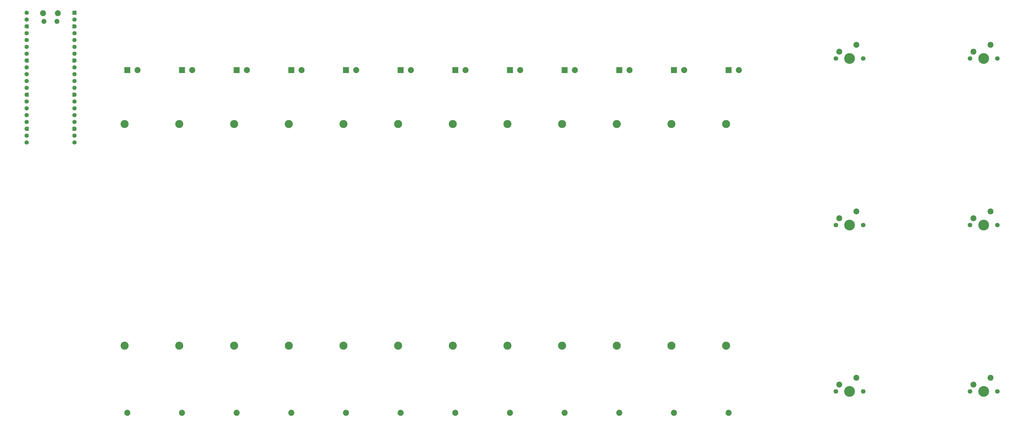
<source format=gbr>
%TF.GenerationSoftware,KiCad,Pcbnew,9.0.1*%
%TF.CreationDate,2025-07-07T17:58:15-06:00*%
%TF.ProjectId,MixDeck v1,4d697844-6563-46b2-9076-312e6b696361,rev?*%
%TF.SameCoordinates,Original*%
%TF.FileFunction,Soldermask,Top*%
%TF.FilePolarity,Negative*%
%FSLAX46Y46*%
G04 Gerber Fmt 4.6, Leading zero omitted, Abs format (unit mm)*
G04 Created by KiCad (PCBNEW 9.0.1) date 2025-07-07 17:58:15*
%MOMM*%
%LPD*%
G01*
G04 APERTURE LIST*
G04 Aperture macros list*
%AMRoundRect*
0 Rectangle with rounded corners*
0 $1 Rounding radius*
0 $2 $3 $4 $5 $6 $7 $8 $9 X,Y pos of 4 corners*
0 Add a 4 corners polygon primitive as box body*
4,1,4,$2,$3,$4,$5,$6,$7,$8,$9,$2,$3,0*
0 Add four circle primitives for the rounded corners*
1,1,$1+$1,$2,$3*
1,1,$1+$1,$4,$5*
1,1,$1+$1,$6,$7*
1,1,$1+$1,$8,$9*
0 Add four rect primitives between the rounded corners*
20,1,$1+$1,$2,$3,$4,$5,0*
20,1,$1+$1,$4,$5,$6,$7,0*
20,1,$1+$1,$6,$7,$8,$9,0*
20,1,$1+$1,$8,$9,$2,$3,0*%
%AMFreePoly0*
4,1,37,0.603843,0.796157,0.639018,0.796157,0.711114,0.766294,0.766294,0.711114,0.796157,0.639018,0.796157,0.603843,0.800000,0.600000,0.800000,-0.600000,0.796157,-0.603843,0.796157,-0.639018,0.766294,-0.711114,0.711114,-0.766294,0.639018,-0.796157,0.603843,-0.796157,0.600000,-0.800000,0.000000,-0.800000,0.000000,-0.796148,-0.078414,-0.796148,-0.232228,-0.765552,-0.377117,-0.705537,
-0.507515,-0.618408,-0.618408,-0.507515,-0.705537,-0.377117,-0.765552,-0.232228,-0.796148,-0.078414,-0.796148,0.078414,-0.765552,0.232228,-0.705537,0.377117,-0.618408,0.507515,-0.507515,0.618408,-0.377117,0.705537,-0.232228,0.765552,-0.078414,0.796148,0.000000,0.796148,0.000000,0.800000,0.600000,0.800000,0.603843,0.796157,0.603843,0.796157,$1*%
%AMFreePoly1*
4,1,37,0.000000,0.796148,0.078414,0.796148,0.232228,0.765552,0.377117,0.705537,0.507515,0.618408,0.618408,0.507515,0.705537,0.377117,0.765552,0.232228,0.796148,0.078414,0.796148,-0.078414,0.765552,-0.232228,0.705537,-0.377117,0.618408,-0.507515,0.507515,-0.618408,0.377117,-0.705537,0.232228,-0.765552,0.078414,-0.796148,0.000000,-0.796148,0.000000,-0.800000,-0.600000,-0.800000,
-0.603843,-0.796157,-0.639018,-0.796157,-0.711114,-0.766294,-0.766294,-0.711114,-0.796157,-0.639018,-0.796157,-0.603843,-0.800000,-0.600000,-0.800000,0.600000,-0.796157,0.603843,-0.796157,0.639018,-0.766294,0.711114,-0.711114,0.766294,-0.639018,0.796157,-0.603843,0.796157,-0.600000,0.800000,0.000000,0.800000,0.000000,0.796148,0.000000,0.796148,$1*%
G04 Aperture macros list end*
%ADD10R,2.250000X2.250000*%
%ADD11C,2.250000*%
%ADD12C,3.000000*%
%ADD13C,1.700000*%
%ADD14C,4.000000*%
%ADD15C,2.200000*%
%ADD16C,1.850000*%
%ADD17RoundRect,0.200000X0.600000X0.600000X-0.600000X0.600000X-0.600000X-0.600000X0.600000X-0.600000X0*%
%ADD18C,1.600000*%
%ADD19FreePoly0,180.000000*%
%ADD20FreePoly1,180.000000*%
G04 APERTURE END LIST*
D10*
%TO.C,RV7*%
X542914936Y-220730000D03*
D11*
X546714936Y-220730000D03*
X542914936Y-348230000D03*
D12*
X541964936Y-240780000D03*
X541964936Y-323280000D03*
%TD*%
D10*
%TO.C,RV2*%
X441299873Y-220730000D03*
D11*
X445099873Y-220730000D03*
X441299873Y-348230000D03*
D12*
X440349873Y-240780000D03*
X440349873Y-323280000D03*
%TD*%
D10*
%TO.C,RV10*%
X603883975Y-220730000D03*
D11*
X607683975Y-220730000D03*
X603883975Y-348230000D03*
D12*
X602933975Y-240780000D03*
X602933975Y-323280000D03*
%TD*%
D13*
%TO.C,SW2*%
X734300000Y-216430000D03*
D14*
X739380000Y-216430000D03*
D13*
X744460000Y-216430000D03*
D15*
X741920000Y-211350000D03*
X735570000Y-213890000D03*
%TD*%
D13*
%TO.C,SW6*%
X734300000Y-340270000D03*
D14*
X739380000Y-340270000D03*
D13*
X744460000Y-340270000D03*
D15*
X741920000Y-335190000D03*
X735570000Y-337730000D03*
%TD*%
D10*
%TO.C,RV9*%
X583560962Y-220730000D03*
D11*
X587360962Y-220730000D03*
X583560962Y-348230000D03*
D12*
X582610962Y-240780000D03*
X582610962Y-323280000D03*
%TD*%
D10*
%TO.C,RV1*%
X420976860Y-220730000D03*
D11*
X424776860Y-220730000D03*
X420976860Y-348230000D03*
D12*
X420026860Y-240780000D03*
X420026860Y-323280000D03*
%TD*%
D10*
%TO.C,RV8*%
X563237949Y-220730000D03*
D11*
X567037949Y-220730000D03*
X563237949Y-348230000D03*
D12*
X562287949Y-240780000D03*
X562287949Y-323280000D03*
%TD*%
D10*
%TO.C,RV6*%
X522591924Y-220730000D03*
D11*
X526391924Y-220730000D03*
X522591924Y-348230000D03*
D12*
X521641924Y-240780000D03*
X521641924Y-323280000D03*
%TD*%
D10*
%TO.C,RV12*%
X644530000Y-220730000D03*
D11*
X648330000Y-220730000D03*
X644530000Y-348230000D03*
D12*
X643580000Y-240780000D03*
X643580000Y-323280000D03*
%TD*%
D13*
%TO.C,SW5*%
X684380000Y-340270000D03*
D14*
X689460000Y-340270000D03*
D13*
X694540000Y-340270000D03*
D15*
X692000000Y-335190000D03*
X685650000Y-337730000D03*
%TD*%
D10*
%TO.C,RV5*%
X502268911Y-220730000D03*
D11*
X506068911Y-220730000D03*
X502268911Y-348230000D03*
D12*
X501318911Y-240780000D03*
X501318911Y-323280000D03*
%TD*%
D13*
%TO.C,SW1*%
X684380000Y-216430000D03*
D14*
X689460000Y-216430000D03*
D13*
X694540000Y-216430000D03*
D15*
X692000000Y-211350000D03*
X685650000Y-213890000D03*
%TD*%
D10*
%TO.C,RV4*%
X481945898Y-220730000D03*
D11*
X485745898Y-220730000D03*
X481945898Y-348230000D03*
D12*
X480995898Y-240780000D03*
X480995898Y-323280000D03*
%TD*%
D10*
%TO.C,RV3*%
X461622885Y-220730000D03*
D11*
X465422885Y-220730000D03*
X461622885Y-348230000D03*
D12*
X460672885Y-240780000D03*
X460672885Y-323280000D03*
%TD*%
D10*
%TO.C,RV11*%
X624206987Y-220730000D03*
D11*
X628006987Y-220730000D03*
X624206987Y-348230000D03*
D12*
X623256987Y-240780000D03*
X623256987Y-323280000D03*
%TD*%
D13*
%TO.C,SW3*%
X684380000Y-278350000D03*
D14*
X689460000Y-278350000D03*
D13*
X694540000Y-278350000D03*
D15*
X692000000Y-273270000D03*
X685650000Y-275810000D03*
%TD*%
D13*
%TO.C,SW4*%
X734300000Y-278350000D03*
D14*
X739380000Y-278350000D03*
D13*
X744460000Y-278350000D03*
D15*
X741920000Y-273270000D03*
X735570000Y-275810000D03*
%TD*%
%TO.C,A1*%
X395155000Y-199520000D03*
D16*
X394855000Y-202550000D03*
X390005000Y-202550000D03*
D15*
X389705000Y-199520000D03*
D17*
X401320000Y-199390000D03*
D18*
X401320000Y-201930000D03*
D19*
X401320000Y-204470000D03*
D18*
X401320000Y-207010000D03*
X401320000Y-209550000D03*
X401320000Y-212090000D03*
X401320000Y-214630000D03*
D19*
X401320000Y-217170000D03*
D18*
X401320000Y-219710000D03*
X401320000Y-222250000D03*
X401320000Y-224790000D03*
X401320000Y-227330000D03*
D19*
X401320000Y-229870000D03*
D18*
X401320000Y-232410000D03*
X401320000Y-234950000D03*
X401320000Y-237490000D03*
X401320000Y-240030000D03*
D19*
X401320000Y-242570000D03*
D18*
X401320000Y-245110000D03*
X401320000Y-247650000D03*
X383540000Y-247650000D03*
X383540000Y-245110000D03*
D20*
X383540000Y-242570000D03*
D18*
X383540000Y-240030000D03*
X383540000Y-237490000D03*
X383540000Y-234950000D03*
X383540000Y-232410000D03*
D20*
X383540000Y-229870000D03*
D18*
X383540000Y-227330000D03*
X383540000Y-224790000D03*
X383540000Y-222250000D03*
X383540000Y-219710000D03*
D20*
X383540000Y-217170000D03*
D18*
X383540000Y-214630000D03*
X383540000Y-212090000D03*
X383540000Y-209550000D03*
X383540000Y-207010000D03*
D20*
X383540000Y-204470000D03*
D18*
X383540000Y-201930000D03*
X383540000Y-199390000D03*
%TD*%
M02*

</source>
